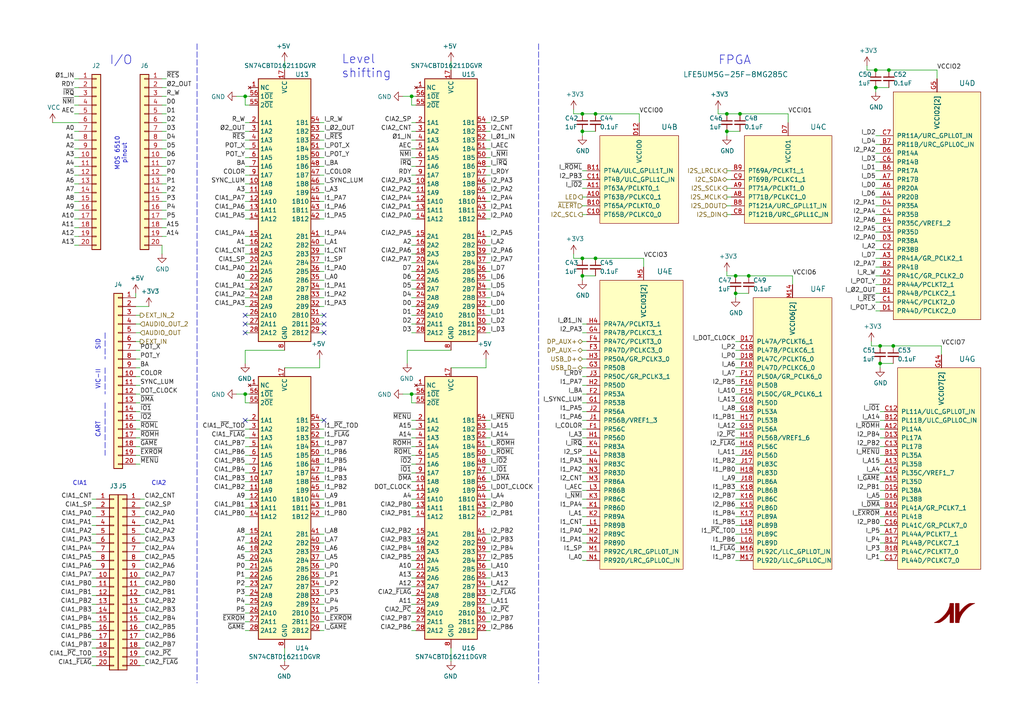
<source format=kicad_sch>
(kicad_sch (version 20211123) (generator eeschema)
  (paper "A4")
  (title_block (title "reDIP 64") (date "2021-06-16") (rev "0.2") (company "Nimrod") (comment 1 "© 2021 Dag Lem") (comment 2 "Licensed under CERN-OHL-S v2 (https://ohwr.org/cern_ohl_s_v2.txt)"))
  (junction (at 172.72 33.02) (diameter 0.9144))
  (junction (at 259.08 100.33) (diameter 0.9144))
  (junction (at 71.12 27.94) (diameter 0.9144))
  (junction (at 254 20.32) (diameter 0.9144))
  (junction (at 168.91 38.1) (diameter 0.9144))
  (junction (at 214.63 33.02) (diameter 0.9144))
  (junction (at 213.36 85.09) (diameter 0.9144))
  (junction (at 119.38 27.94) (diameter 0.9144))
  (junction (at 257.81 20.32) (diameter 0.9144))
  (junction (at 119.38 114.3) (diameter 0.9144))
  (junction (at 71.12 114.3) (diameter 0.9144))
  (junction (at 168.91 80.01) (diameter 0.9144))
  (junction (at 168.91 33.02) (diameter 0.9144))
  (junction (at 255.27 100.33) (diameter 0.9144))
  (junction (at 213.36 80.01) (diameter 0.9144))
  (junction (at 254 25.4) (diameter 0.9144))
  (junction (at 255.27 105.41) (diameter 0.9144))
  (junction (at 168.91 74.93) (diameter 0.9144))
  (junction (at 210.82 33.02) (diameter 0.9144))
  (junction (at 172.72 74.93) (diameter 0.9144))
  (junction (at 210.82 38.1) (diameter 0.9144))
  (junction (at 217.17 80.01) (diameter 0.9144))
  (no_connect (at 93.98 91.44))
  (no_connect (at 93.98 93.98))
  (no_connect (at 71.12 91.44))
  (no_connect (at 71.12 96.52))
  (no_connect (at 93.98 96.52))
  (no_connect (at 71.12 121.92))
  (no_connect (at 93.98 121.92))
  (no_connect (at 71.12 93.98))
  (wire (pts (xy 27.94 149.86) (xy 26.67 149.86)))
  (wire (pts (xy 93.98 45.72) (xy 92.71 45.72)))
  (wire (pts (xy 93.98 91.44) (xy 92.71 91.44)))
  (wire (pts (xy 120.65 88.9) (xy 119.38 88.9)))
  (wire (pts (xy 120.65 121.92) (xy 119.38 121.92)))
  (wire (pts (xy 119.38 114.3) (xy 119.38 116.84)))
  (wire (pts (xy 46.99 38.1) (xy 48.26 38.1)))
  (wire (pts (xy 27.94 154.94) (xy 26.67 154.94)))
  (wire (pts (xy 255.27 119.38) (xy 256.54 119.38)))
  (wire (pts (xy 39.37 86.36) (xy 39.37 85.09)))
  (wire (pts (xy 92.71 157.48) (xy 93.98 157.48)))
  (wire (pts (xy 93.98 139.7) (xy 92.71 139.7)))
  (wire (pts (xy 214.63 129.54) (xy 213.36 129.54)))
  (wire (pts (xy 254 20.32) (xy 251.46 20.32)))
  (wire (pts (xy 140.97 182.88) (xy 142.24 182.88)))
  (wire (pts (xy 142.24 55.88) (xy 140.97 55.88)))
  (wire (pts (xy 130.81 101.6) (xy 118.11 101.6)))
  (wire (pts (xy 257.81 25.4) (xy 254 25.4)))
  (wire (pts (xy 46.99 22.86) (xy 48.26 22.86)))
  (wire (pts (xy 92.71 73.66) (xy 93.98 73.66)))
  (wire (pts (xy 255.27 129.54) (xy 256.54 129.54)))
  (wire (pts (xy 210.82 80.01) (xy 210.82 78.74)))
  (wire (pts (xy 142.24 40.64) (xy 140.97 40.64)))
  (wire (pts (xy 255.27 80.01) (xy 254 80.01)))
  (wire (pts (xy 170.18 129.54) (xy 168.91 129.54)))
  (wire (pts (xy 166.37 33.02) (xy 166.37 31.75)))
  (wire (pts (xy 120.65 86.36) (xy 119.38 86.36)))
  (wire (pts (xy 72.39 157.48) (xy 71.12 157.48)))
  (wire (pts (xy 140.97 175.26) (xy 142.24 175.26)))
  (wire (pts (xy 168.91 116.84) (xy 170.18 116.84)))
  (wire (pts (xy 130.81 20.32) (xy 130.81 17.78)))
  (wire (pts (xy 92.71 71.12) (xy 93.98 71.12)))
  (wire (pts (xy 72.39 180.34) (xy 71.12 180.34)))
  (wire (pts (xy 27.94 170.18) (xy 26.67 170.18)))
  (wire (pts (xy 255.27 124.46) (xy 256.54 124.46)))
  (wire (pts (xy 210.82 38.1) (xy 210.82 39.37)))
  (wire (pts (xy 71.12 101.6) (xy 82.55 101.6)))
  (wire (pts (xy 22.86 66.04) (xy 21.59 66.04)))
  (wire (pts (xy 255.27 74.93) (xy 254 74.93)))
  (wire (pts (xy 71.12 60.96) (xy 72.39 60.96)))
  (wire (pts (xy 71.12 27.94) (xy 68.58 27.94)))
  (wire (pts (xy 119.38 114.3) (xy 116.84 114.3)))
  (wire (pts (xy 140.97 137.16) (xy 142.24 137.16)))
  (wire (pts (xy 93.98 134.62) (xy 92.71 134.62)))
  (wire (pts (xy 72.39 30.48) (xy 71.12 30.48)))
  (wire (pts (xy 27.94 165.1) (xy 26.67 165.1)))
  (wire (pts (xy 72.39 177.8) (xy 71.12 177.8)))
  (wire (pts (xy 72.39 88.9) (xy 71.12 88.9)))
  (wire (pts (xy 46.99 40.64) (xy 48.26 40.64)))
  (wire (pts (xy 212.09 49.53) (xy 210.82 49.53)))
  (wire (pts (xy 168.91 38.1) (xy 168.91 39.37)))
  (wire (pts (xy 140.97 180.34) (xy 142.24 180.34)))
  (wire (pts (xy 22.86 40.64) (xy 21.59 40.64)))
  (wire (pts (xy 254 54.61) (xy 255.27 54.61)))
  (wire (pts (xy 257.81 20.32) (xy 254 20.32)))
  (wire (pts (xy 142.24 60.96) (xy 140.97 60.96)))
  (wire (pts (xy 217.17 85.09) (xy 213.36 85.09)))
  (wire (pts (xy 46.99 66.04) (xy 48.26 66.04)))
  (wire (pts (xy 46.99 68.58) (xy 48.26 68.58)))
  (wire (pts (xy 40.64 167.64) (xy 41.91 167.64)))
  (wire (pts (xy 168.91 114.3) (xy 170.18 114.3)))
  (wire (pts (xy 168.91 111.76) (xy 170.18 111.76)))
  (wire (pts (xy 130.81 106.68) (xy 140.97 106.68)))
  (wire (pts (xy 72.39 121.92) (xy 71.12 121.92)))
  (wire (pts (xy 142.24 91.44) (xy 140.97 91.44)))
  (wire (pts (xy 172.72 74.93) (xy 168.91 74.93)))
  (wire (pts (xy 40.64 185.42) (xy 41.91 185.42)))
  (wire (pts (xy 72.39 35.56) (xy 71.12 35.56)))
  (wire (pts (xy 39.37 116.84) (xy 40.64 116.84)))
  (wire (pts (xy 93.98 124.46) (xy 92.71 124.46)))
  (wire (pts (xy 271.78 20.32) (xy 257.81 20.32)))
  (wire (pts (xy 255.27 67.31) (xy 254 67.31)))
  (wire (pts (xy 185.42 35.56) (xy 185.42 33.02)))
  (wire (pts (xy 255.27 77.47) (xy 254 77.47)))
  (wire (pts (xy 168.91 106.68) (xy 170.18 106.68)))
  (wire (pts (xy 27.94 144.78) (xy 26.67 144.78)))
  (wire (pts (xy 119.38 60.96) (xy 120.65 60.96)))
  (wire (pts (xy 22.86 63.5) (xy 21.59 63.5)))
  (wire (pts (xy 214.63 99.06) (xy 213.36 99.06)))
  (wire (pts (xy 120.65 78.74) (xy 119.38 78.74)))
  (wire (pts (xy 214.63 160.02) (xy 213.36 160.02)))
  (wire (pts (xy 120.65 175.26) (xy 119.38 175.26)))
  (wire (pts (xy 39.37 96.52) (xy 40.64 96.52)))
  (wire (pts (xy 93.98 55.88) (xy 92.71 55.88)))
  (wire (pts (xy 119.38 154.94) (xy 120.65 154.94)))
  (wire (pts (xy 229.87 82.55) (xy 229.87 80.01)))
  (wire (pts (xy 140.97 172.72) (xy 142.24 172.72)))
  (wire (pts (xy 256.54 160.02) (xy 255.27 160.02)))
  (wire (pts (xy 170.18 162.56) (xy 168.91 162.56)))
  (wire (pts (xy 92.71 81.28) (xy 93.98 81.28)))
  (wire (pts (xy 142.24 43.18) (xy 140.97 43.18)))
  (wire (pts (xy 93.98 68.58) (xy 92.71 68.58)))
  (wire (pts (xy 130.81 191.77) (xy 130.81 187.96)))
  (wire (pts (xy 40.64 175.26) (xy 41.91 175.26)))
  (wire (pts (xy 254 44.45) (xy 255.27 44.45)))
  (wire (pts (xy 71.12 68.58) (xy 72.39 68.58)))
  (polyline (pts (xy 30.48 96.52) (xy 30.48 104.14)) (stroke (width 0) (type dash)))
  (wire (pts (xy 214.63 139.7) (xy 213.36 139.7)))
  (wire (pts (xy 93.98 58.42) (xy 92.71 58.42)))
  (wire (pts (xy 72.39 175.26) (xy 71.12 175.26)))
  (wire (pts (xy 255.27 137.16) (xy 256.54 137.16)))
  (wire (pts (xy 39.37 132.08) (xy 40.64 132.08)))
  (wire (pts (xy 27.94 175.26) (xy 26.67 175.26)))
  (wire (pts (xy 71.12 154.94) (xy 72.39 154.94)))
  (wire (pts (xy 255.27 132.08) (xy 256.54 132.08)))
  (wire (pts (xy 93.98 43.18) (xy 92.71 43.18)))
  (wire (pts (xy 22.86 50.8) (xy 21.59 50.8)))
  (wire (pts (xy 92.71 106.68) (xy 92.71 104.14)))
  (wire (pts (xy 140.97 149.86) (xy 142.24 149.86)))
  (wire (pts (xy 93.98 182.88) (xy 92.71 182.88)))
  (wire (pts (xy 170.18 49.53) (xy 168.91 49.53)))
  (wire (pts (xy 27.94 185.42) (xy 26.67 185.42)))
  (wire (pts (xy 92.71 88.9) (xy 93.98 88.9)))
  (wire (pts (xy 214.63 154.94) (xy 213.36 154.94)))
  (wire (pts (xy 72.39 182.88) (xy 71.12 182.88)))
  (wire (pts (xy 72.39 127) (xy 71.12 127)))
  (wire (pts (xy 140.97 71.12) (xy 142.24 71.12)))
  (wire (pts (xy 140.97 93.98) (xy 142.24 93.98)))
  (wire (pts (xy 92.71 160.02) (xy 93.98 160.02)))
  (wire (pts (xy 92.71 172.72) (xy 93.98 172.72)))
  (wire (pts (xy 72.39 124.46) (xy 71.12 124.46)))
  (wire (pts (xy 72.39 38.1) (xy 71.12 38.1)))
  (wire (pts (xy 92.71 167.64) (xy 93.98 167.64)))
  (wire (pts (xy 259.08 105.41) (xy 255.27 105.41)))
  (wire (pts (xy 214.63 142.24) (xy 213.36 142.24)))
  (wire (pts (xy 72.39 137.16) (xy 71.12 137.16)))
  (wire (pts (xy 214.63 111.76) (xy 213.36 111.76)))
  (wire (pts (xy 120.65 96.52) (xy 119.38 96.52)))
  (wire (pts (xy 142.24 121.92) (xy 140.97 121.92)))
  (wire (pts (xy 142.24 147.32) (xy 140.97 147.32)))
  (wire (pts (xy 40.64 190.5) (xy 41.91 190.5)))
  (wire (pts (xy 72.39 53.34) (xy 71.12 53.34)))
  (wire (pts (xy 140.97 81.28) (xy 142.24 81.28)))
  (wire (pts (xy 120.65 170.18) (xy 119.38 170.18)))
  (wire (pts (xy 140.97 160.02) (xy 142.24 160.02)))
  (wire (pts (xy 140.97 76.2) (xy 142.24 76.2)))
  (wire (pts (xy 82.55 106.68) (xy 92.71 106.68)))
  (wire (pts (xy 140.97 170.18) (xy 142.24 170.18)))
  (wire (pts (xy 72.39 76.2) (xy 71.12 76.2)))
  (wire (pts (xy 40.64 177.8) (xy 41.91 177.8)))
  (wire (pts (xy 72.39 116.84) (xy 71.12 116.84)))
  (wire (pts (xy 40.64 172.72) (xy 41.91 172.72)))
  (wire (pts (xy 39.37 91.44) (xy 40.64 91.44)))
  (wire (pts (xy 256.54 152.4) (xy 255.27 152.4)))
  (wire (pts (xy 40.64 193.04) (xy 41.91 193.04)))
  (wire (pts (xy 168.91 119.38) (xy 170.18 119.38)))
  (wire (pts (xy 140.97 106.68) (xy 140.97 104.14)))
  (wire (pts (xy 120.65 167.64) (xy 119.38 167.64)))
  (wire (pts (xy 120.65 50.8) (xy 119.38 50.8)))
  (wire (pts (xy 255.27 90.17) (xy 254 90.17)))
  (wire (pts (xy 254 59.69) (xy 255.27 59.69)))
  (wire (pts (xy 71.12 101.6) (xy 71.12 105.41)))
  (polyline (pts (xy 30.48 116.84) (xy 30.48 132.08)) (stroke (width 0) (type dash)))
  (wire (pts (xy 214.63 124.46) (xy 213.36 124.46)))
  (wire (pts (xy 72.39 96.52) (xy 71.12 96.52)))
  (wire (pts (xy 72.39 73.66) (xy 71.12 73.66)))
  (wire (pts (xy 214.63 132.08) (xy 213.36 132.08)))
  (wire (pts (xy 93.98 180.34) (xy 92.71 180.34)))
  (wire (pts (xy 255.27 69.85) (xy 254 69.85)))
  (wire (pts (xy 27.94 187.96) (xy 26.67 187.96)))
  (wire (pts (xy 251.46 20.32) (xy 251.46 19.05)))
  (wire (pts (xy 212.09 62.23) (xy 210.82 62.23)))
  (wire (pts (xy 140.97 142.24) (xy 142.24 142.24)))
  (wire (pts (xy 39.37 101.6) (xy 40.64 101.6)))
  (wire (pts (xy 168.91 96.52) (xy 170.18 96.52)))
  (wire (pts (xy 170.18 54.61) (xy 168.91 54.61)))
  (wire (pts (xy 118.11 105.41) (xy 118.11 101.6)))
  (wire (pts (xy 228.6 33.02) (xy 214.63 33.02)))
  (wire (pts (xy 168.91 142.24) (xy 170.18 142.24)))
  (wire (pts (xy 46.99 63.5) (xy 48.26 63.5)))
  (wire (pts (xy 170.18 147.32) (xy 168.91 147.32)))
  (wire (pts (xy 46.99 43.18) (xy 48.26 43.18)))
  (wire (pts (xy 27.94 193.04) (xy 26.67 193.04)))
  (wire (pts (xy 214.63 106.68) (xy 213.36 106.68)))
  (wire (pts (xy 120.65 182.88) (xy 119.38 182.88)))
  (wire (pts (xy 120.65 137.16) (xy 119.38 137.16)))
  (wire (pts (xy 254 39.37) (xy 255.27 39.37)))
  (wire (pts (xy 72.39 81.28) (xy 71.12 81.28)))
  (wire (pts (xy 71.12 93.98) (xy 72.39 93.98)))
  (wire (pts (xy 214.63 137.16) (xy 213.36 137.16)))
  (wire (pts (xy 120.65 124.46) (xy 119.38 124.46)))
  (wire (pts (xy 46.99 48.26) (xy 48.26 48.26)))
  (wire (pts (xy 40.64 157.48) (xy 41.91 157.48)))
  (wire (pts (xy 119.38 58.42) (xy 120.65 58.42)))
  (wire (pts (xy 120.65 114.3) (xy 119.38 114.3)))
  (wire (pts (xy 255.27 85.09) (xy 254 85.09)))
  (wire (pts (xy 229.87 80.01) (xy 217.17 80.01)))
  (wire (pts (xy 168.91 33.02) (xy 166.37 33.02)))
  (wire (pts (xy 168.91 74.93) (xy 166.37 74.93)))
  (wire (pts (xy 254 57.15) (xy 255.27 57.15)))
  (wire (pts (xy 40.64 152.4) (xy 41.91 152.4)))
  (wire (pts (xy 39.37 106.68) (xy 40.64 106.68)))
  (wire (pts (xy 214.63 38.1) (xy 210.82 38.1)))
  (wire (pts (xy 254 46.99) (xy 255.27 46.99)))
  (wire (pts (xy 213.36 85.09) (xy 213.36 86.36)))
  (wire (pts (xy 120.65 43.18) (xy 119.38 43.18)))
  (wire (pts (xy 40.64 162.56) (xy 41.91 162.56)))
  (wire (pts (xy 170.18 62.23) (xy 168.91 62.23)))
  (wire (pts (xy 27.94 147.32) (xy 26.67 147.32)))
  (wire (pts (xy 22.86 45.72) (xy 21.59 45.72)))
  (wire (pts (xy 27.94 190.5) (xy 26.67 190.5)))
  (wire (pts (xy 22.86 53.34) (xy 21.59 53.34)))
  (wire (pts (xy 72.39 114.3) (xy 71.12 114.3)))
  (wire (pts (xy 120.65 73.66) (xy 119.38 73.66)))
  (wire (pts (xy 212.09 59.69) (xy 210.82 59.69)))
  (wire (pts (xy 140.97 78.74) (xy 142.24 78.74)))
  (wire (pts (xy 72.39 139.7) (xy 71.12 139.7)))
  (wire (pts (xy 120.65 53.34) (xy 119.38 53.34)))
  (wire (pts (xy 72.39 40.64) (xy 71.12 40.64)))
  (wire (pts (xy 217.17 80.01) (xy 213.36 80.01)))
  (wire (pts (xy 140.97 83.82) (xy 142.24 83.82)))
  (wire (pts (xy 40.64 170.18) (xy 41.91 170.18)))
  (wire (pts (xy 82.55 20.32) (xy 82.55 17.78)))
  (wire (pts (xy 214.63 134.62) (xy 213.36 134.62)))
  (wire (pts (xy 46.99 25.4) (xy 48.26 25.4)))
  (wire (pts (xy 252.73 100.33) (xy 252.73 99.06)))
  (wire (pts (xy 46.99 33.02) (xy 48.26 33.02)))
  (wire (pts (xy 40.64 165.1) (xy 41.91 165.1)))
  (wire (pts (xy 46.99 27.94) (xy 48.26 27.94)))
  (wire (pts (xy 140.97 73.66) (xy 142.24 73.66)))
  (wire (pts (xy 93.98 121.92) (xy 92.71 121.92)))
  (wire (pts (xy 214.63 114.3) (xy 213.36 114.3)))
  (wire (pts (xy 120.65 45.72) (xy 119.38 45.72)))
  (wire (pts (xy 119.38 68.58) (xy 120.65 68.58)))
  (wire (pts (xy 119.38 27.94) (xy 116.84 27.94)))
  (wire (pts (xy 46.99 45.72) (xy 48.26 45.72)))
  (wire (pts (xy 142.24 68.58) (xy 140.97 68.58)))
  (wire (pts (xy 170.18 152.4) (xy 168.91 152.4)))
  (wire (pts (xy 93.98 144.78) (xy 92.71 144.78)))
  (wire (pts (xy 46.99 71.12) (xy 46.99 73.66)))
  (wire (pts (xy 271.78 22.86) (xy 271.78 20.32)))
  (wire (pts (xy 140.97 96.52) (xy 142.24 96.52)))
  (wire (pts (xy 39.37 88.9) (xy 43.18 88.9)))
  (wire (pts (xy 214.63 104.14) (xy 213.36 104.14)))
  (wire (pts (xy 170.18 52.07) (xy 168.91 52.07)))
  (wire (pts (xy 142.24 53.34) (xy 140.97 53.34)))
  (wire (pts (xy 72.39 162.56) (xy 71.12 162.56)))
  (wire (pts (xy 255.27 105.41) (xy 255.27 106.68)))
  (wire (pts (xy 213.36 80.01) (xy 210.82 80.01)))
  (wire (pts (xy 120.65 81.28) (xy 119.38 81.28)))
  (wire (pts (xy 39.37 99.06) (xy 40.64 99.06)))
  (wire (pts (xy 46.99 55.88) (xy 48.26 55.88)))
  (wire (pts (xy 140.97 139.7) (xy 142.24 139.7)))
  (wire (pts (xy 120.65 127) (xy 119.38 127)))
  (wire (pts (xy 120.65 38.1) (xy 119.38 38.1)))
  (wire (pts (xy 120.65 132.08) (xy 119.38 132.08)))
  (wire (pts (xy 22.86 33.02) (xy 21.59 33.02)))
  (wire (pts (xy 214.63 127) (xy 213.36 127)))
  (wire (pts (xy 168.91 93.98) (xy 170.18 93.98)))
  (wire (pts (xy 210.82 33.02) (xy 208.28 33.02)))
  (wire (pts (xy 256.54 154.94) (xy 255.27 154.94)))
  (wire (pts (xy 255.27 142.24) (xy 256.54 142.24)))
  (wire (pts (xy 254 52.07) (xy 255.27 52.07)))
  (wire (pts (xy 255.27 100.33) (xy 252.73 100.33)))
  (wire (pts (xy 120.65 172.72) (xy 119.38 172.72)))
  (wire (pts (xy 120.65 160.02) (xy 119.38 160.02)))
  (wire (pts (xy 142.24 124.46) (xy 140.97 124.46)))
  (wire (pts (xy 22.86 71.12) (xy 21.59 71.12)))
  (wire (pts (xy 170.18 132.08) (xy 168.91 132.08)))
  (wire (pts (xy 39.37 127) (xy 40.64 127)))
  (wire (pts (xy 72.39 27.94) (xy 71.12 27.94)))
  (wire (pts (xy 71.12 27.94) (xy 71.12 30.48)))
  (wire (pts (xy 93.98 127) (xy 92.71 127)))
  (wire (pts (xy 39.37 134.62) (xy 40.64 134.62)))
  (wire (pts (xy 71.12 144.78) (xy 72.39 144.78)))
  (wire (pts (xy 256.54 162.56) (xy 255.27 162.56)))
  (wire (pts (xy 92.71 96.52) (xy 93.98 96.52)))
  (wire (pts (xy 22.86 30.48) (xy 21.59 30.48)))
  (wire (pts (xy 120.65 116.84) (xy 119.38 116.84)))
  (wire (pts (xy 92.71 86.36) (xy 93.98 86.36)))
  (wire (pts (xy 140.97 167.64) (xy 142.24 167.64)))
  (wire (pts (xy 27.94 157.48) (xy 26.67 157.48)))
  (wire (pts (xy 93.98 38.1) (xy 92.71 38.1)))
  (wire (pts (xy 168.91 80.01) (xy 168.91 81.28)))
  (wire (pts (xy 170.18 57.15) (xy 168.91 57.15)))
  (wire (pts (xy 170.18 149.86) (xy 168.91 149.86)))
  (wire (pts (xy 214.63 147.32) (xy 213.36 147.32)))
  (wire (pts (xy 27.94 167.64) (xy 26.67 167.64)))
  (wire (pts (xy 214.63 144.78) (xy 213.36 144.78)))
  (wire (pts (xy 93.98 142.24) (xy 92.71 142.24)))
  (wire (pts (xy 93.98 177.8) (xy 92.71 177.8)))
  (wire (pts (xy 92.71 175.26) (xy 93.98 175.26)))
  (wire (pts (xy 140.97 157.48) (xy 142.24 157.48)))
  (wire (pts (xy 27.94 182.88) (xy 26.67 182.88)))
  (wire (pts (xy 170.18 160.02) (xy 168.91 160.02)))
  (wire (pts (xy 120.65 76.2) (xy 119.38 76.2)))
  (wire (pts (xy 254 62.23) (xy 255.27 62.23)))
  (wire (pts (xy 46.99 50.8) (xy 48.26 50.8)))
  (wire (pts (xy 40.64 180.34) (xy 41.91 180.34)))
  (wire (pts (xy 120.65 83.82) (xy 119.38 83.82)))
  (wire (pts (xy 22.86 58.42) (xy 21.59 58.42)))
  (wire (pts (xy 212.09 54.61) (xy 210.82 54.61)))
  (wire (pts (xy 72.39 78.74) (xy 71.12 78.74)))
  (wire (pts (xy 214.63 157.48) (xy 213.36 157.48)))
  (wire (pts (xy 72.39 86.36) (xy 71.12 86.36)))
  (wire (pts (xy 254 41.91) (xy 255.27 41.91)))
  (wire (pts (xy 72.39 132.08) (xy 71.12 132.08)))
  (wire (pts (xy 170.18 127) (xy 168.91 127)))
  (wire (pts (xy 39.37 129.54) (xy 40.64 129.54)))
  (wire (pts (xy 256.54 149.86) (xy 255.27 149.86)))
  (wire (pts (xy 254 49.53) (xy 255.27 49.53)))
  (wire (pts (xy 120.65 40.64) (xy 119.38 40.64)))
  (wire (pts (xy 46.99 58.42) (xy 48.26 58.42)))
  (wire (pts (xy 39.37 121.92) (xy 40.64 121.92)))
  (wire (pts (xy 93.98 53.34) (xy 92.71 53.34)))
  (wire (pts (xy 40.64 149.86) (xy 41.91 149.86)))
  (wire (pts (xy 72.39 43.18) (xy 71.12 43.18)))
  (wire (pts (xy 40.64 187.96) (xy 41.91 187.96)))
  (wire (pts (xy 170.18 121.92) (xy 168.91 121.92)))
  (wire (pts (xy 27.94 172.72) (xy 26.67 172.72)))
  (wire (pts (xy 142.24 144.78) (xy 140.97 144.78)))
  (wire (pts (xy 273.05 102.87) (xy 273.05 100.33)))
  (wire (pts (xy 39.37 119.38) (xy 40.64 119.38)))
  (wire (pts (xy 27.94 152.4) (xy 26.67 152.4)))
  (wire (pts (xy 172.72 38.1) (xy 168.91 38.1)))
  (polyline (pts (xy 57.15 12.7) (xy 57.15 198.12)) (stroke (width 0) (type dash)))
  (wire (pts (xy 93.98 170.18) (xy 92.71 170.18)))
  (wire (pts (xy 213.36 152.4) (xy 214.63 152.4)))
  (wire (pts (xy 72.39 165.1) (xy 71.12 165.1)))
  (wire (pts (xy 27.94 160.02) (xy 26.67 160.02)))
  (wire (pts (xy 93.98 147.32) (xy 92.71 147.32)))
  (wire (pts (xy 39.37 93.98) (xy 40.64 93.98)))
  (wire (pts (xy 255.27 134.62) (xy 256.54 134.62)))
  (wire (pts (xy 172.72 80.01) (xy 168.91 80.01)))
  (wire (pts (xy 46.99 30.48) (xy 48.26 30.48)))
  (wire (pts (xy 22.86 38.1) (xy 21.59 38.1)))
  (wire (pts (xy 170.18 144.78) (xy 168.91 144.78)))
  (wire (pts (xy 119.38 134.62) (xy 120.65 134.62)))
  (wire (pts (xy 22.86 22.86) (xy 21.59 22.86)))
  (wire (pts (xy 71.12 170.18) (xy 72.39 170.18)))
  (wire (pts (xy 119.38 27.94) (xy 119.38 30.48)))
  (wire (pts (xy 170.18 139.7) (xy 168.91 139.7)))
  (wire (pts (xy 254 25.4) (xy 254 26.67)))
  (wire (pts (xy 93.98 50.8) (xy 92.71 50.8)))
  (wire (pts (xy 214.63 101.6) (xy 213.36 101.6)))
  (wire (pts (xy 120.65 71.12) (xy 119.38 71.12)))
  (wire (pts (xy 22.86 43.18) (xy 21.59 43.18)))
  (wire (pts (xy 120.65 139.7) (xy 119.38 139.7)))
  (wire (pts (xy 39.37 124.46) (xy 40.64 124.46)))
  (wire (pts (xy 40.64 182.88) (xy 41.91 182.88)))
  (wire (pts (xy 92.71 165.1) (xy 93.98 165.1)))
  (wire (pts (xy 93.98 40.64) (xy 92.71 40.64)))
  (polyline (pts (xy 30.48 106.68) (xy 30.48 114.3)) (stroke (width 0) (type dash)))
  (wire (pts (xy 93.98 48.26) (xy 92.71 48.26)))
  (wire (pts (xy 22.86 27.94) (xy 21.59 27.94)))
  (wire (pts (xy 255.27 82.55) (xy 254 82.55)))
  (wire (pts (xy 168.91 104.14) (xy 170.18 104.14)))
  (wire (pts (xy 119.38 144.78) (xy 120.65 144.78)))
  (wire (pts (xy 92.71 93.98) (xy 93.98 93.98)))
  (wire (pts (xy 256.54 147.32) (xy 255.27 147.32)))
  (wire (pts (xy 72.39 63.5) (xy 71.12 63.5)))
  (wire (pts (xy 213.36 149.86) (xy 214.63 149.86)))
  (wire (pts (xy 72.39 149.86) (xy 71.12 149.86)))
  (wire (pts (xy 142.24 35.56) (xy 140.97 35.56)))
  (wire (pts (xy 228.6 35.56) (xy 228.6 33.02)))
  (wire (pts (xy 22.86 68.58) (xy 21.59 68.58)))
  (wire (pts (xy 142.24 127) (xy 140.97 127)))
  (wire (pts (xy 71.12 147.32) (xy 72.39 147.32)))
  (wire (pts (xy 22.86 60.96) (xy 21.59 60.96)))
  (wire (pts (xy 119.38 177.8) (xy 120.65 177.8)))
  (wire (pts (xy 120.65 162.56) (xy 119.38 162.56)))
  (wire (pts (xy 140.97 165.1) (xy 142.24 165.1)))
  (wire (pts (xy 142.24 50.8) (xy 140.97 50.8)))
  (wire (pts (xy 72.39 48.26) (xy 71.12 48.26)))
  (wire (pts (xy 140.97 63.5) (xy 142.24 63.5)))
  (wire (pts (xy 22.86 25.4) (xy 21.59 25.4)))
  (wire (pts (xy 72.39 83.82) (xy 71.12 83.82)))
  (wire (pts (xy 39.37 109.22) (xy 40.64 109.22)))
  (wire (pts (xy 39.37 114.3) (xy 40.64 114.3)))
  (wire (pts (xy 120.65 27.94) (xy 119.38 27.94)))
  (wire (pts (xy 72.39 134.62) (xy 71.12 134.62)))
  (wire (pts (xy 273.05 100.33) (xy 259.08 100.33)))
  (wire (pts (xy 170.18 154.94) (xy 168.91 154.94)))
  (wire (pts (xy 170.18 157.48) (xy 168.91 157.48)))
  (wire (pts (xy 120.65 129.54) (xy 119.38 129.54)))
  (wire (pts (xy 120.65 149.86) (xy 119.38 149.86)))
  (wire (pts (xy 142.24 45.72) (xy 140.97 45.72)))
  (wire (pts (xy 71.12 172.72) (xy 72.39 172.72)))
  (wire (pts (xy 93.98 132.08) (xy 92.71 132.08)))
  (wire (pts (xy 172.72 33.02) (xy 168.91 33.02)))
  (wire (pts (xy 93.98 137.16) (xy 92.71 137.16)))
  (wire (pts (xy 214.63 119.38) (xy 213.36 119.38)))
  (wire (pts (xy 140.97 86.36) (xy 142.24 86.36)))
  (wire (pts (xy 27.94 162.56) (xy 26.67 162.56)))
  (wire (pts (xy 27.94 177.8) (xy 26.67 177.8)))
  (wire (pts (xy 119.38 55.88) (xy 120.65 55.88)))
  (wire (pts (xy 186.69 74.93) (xy 172.72 74.93)))
  (wire (pts (xy 22.86 55.88) (xy 21.59 55.88)))
  (wire (pts (xy 119.38 91.44) (xy 120.65 91.44)))
  (wire (pts (xy 93.98 35.56) (xy 92.71 35.56)))
  (wire (pts (xy 170.18 59.69) (xy 168.91 59.69)))
  (wire (pts (xy 186.69 77.47) (xy 186.69 74.93)))
  (wire (pts (xy 185.42 33.02) (xy 172.72 33.02)))
  (wire (pts (xy 142.24 38.1) (xy 140.97 38.1)))
  (wire (pts (xy 120.65 35.56) (xy 119.38 35.56)))
  (wire (pts (xy 39.37 111.76) (xy 40.64 111.76)))
  (wire (pts (xy 120.65 30.48) (xy 119.38 30.48)))
  (wire (pts (xy 170.18 134.62) (xy 168.91 134.62)))
  (wire (pts (xy 120.65 63.5) (xy 119.38 63.5)))
  (wire (pts (xy 22.86 35.56) (xy 15.24 35.56)))
  (wire (pts (xy 92.71 149.86) (xy 93.98 149.86)))
  (wire (pts (xy 142.24 154.94) (xy 140.97 154.94)))
  (wire (pts (xy 254 64.77) (xy 255.27 64.77)))
  (wire (pts (xy 212.09 57.15) (xy 210.82 57.15)))
  (wire (pts (xy 140.97 88.9) (xy 142.24 88.9)))
  (wire (pts (xy 119.38 180.34) (xy 120.65 180.34)))
  (wire (pts (xy 92.71 76.2) (xy 93.98 76.2)))
  (wire (pts (xy 93.98 129.54) (xy 92.71 129.54)))
  (wire (pts (xy 170.18 137.16) (xy 168.91 137.16)))
  (wire (pts (xy 214.63 162.56) (xy 213.36 162.56)))
  (wire (pts (xy 255.27 139.7) (xy 256.54 139.7)))
  (wire (pts (xy 72.39 129.54) (xy 71.12 129.54)))
  (wire (pts (xy 120.65 157.48) (xy 119.38 157.48)))
  (wire (pts (xy 40.64 160.02) (xy 41.91 160.02)))
  (wire (pts (xy 166.37 74.93) (xy 166.37 73.66)))
  (wire (pts (xy 27.94 180.34) (xy 26.67 180.34)))
  (wire (pts (xy 214.63 121.92) (xy 213.36 121.92)))
  (wire (pts (xy 39.37 104.14) (xy 40.64 104.14)))
  (wire (pts (xy 168.91 101.6) (xy 170.18 101.6)))
  (wire (pts (xy 71.12 114.3) (xy 71.12 116.84)))
  (wire (pts (xy 72.39 45.72) (xy 71.12 45.72)))
  (wire (pts (xy 170.18 124.46) (xy 168.91 124.46)))
  (wire (pts (xy 92.71 83.82) (xy 93.98 83.82)))
  (wire (pts (xy 72.39 50.8) (xy 71.12 50.8)))
  (wire (pts (xy 142.24 177.8) (xy 140.97 177.8)))
  (wire (pts (xy 255.27 72.39) (xy 254 72.39)))
  (wire (pts (xy 212.09 52.07) (xy 210.82 52.07)))
  (wire (pts (xy 255.27 127) (xy 256.54 127)))
  (wire (pts (xy 93.98 154.94) (xy 92.71 154.94)))
  (wire (pts (xy 40.64 144.78) (xy 41.91 144.78)))
  (wire (pts (xy 71.12 142.24) (xy 72.39 142.24)))
  (wire (pts (xy 46.99 53.34) (xy 48.26 53.34)))
  (wire (pts (xy 120.65 165.1) (xy 119.38 165.1)))
  (wire (pts (xy 168.91 109.22) (xy 170.18 109.22)))
  (wire (pts (xy 40.64 147.32) (xy 41.91 147.32)))
  (wire (pts (xy 71.12 58.42) (xy 72.39 58.42)))
  (wire (pts (xy 72.39 167.64) (xy 71.12 167.64)))
  (wire (pts (xy 256.54 157.48) (xy 255.27 157.48)))
  (wire (pts (xy 93.98 60.96) (xy 92.71 60.96)))
  (wire (pts (xy 119.38 147.32) (xy 120.65 147.32)))
  (wire (pts (xy 259.08 100.33) (xy 255.27 100.33)))
  (wire (pts (xy 255.27 144.78) (xy 256.54 144.78)))
  (wire (pts (xy 142.24 134.62) (xy 140.97 134.62)))
  (wire (pts (xy 71.12 91.44) (xy 72.39 91.44)))
  (wire (pts (xy 120.65 48.26) (xy 119.38 48.26)))
  (wire (pts (xy 142.24 132.08) (xy 140.97 132.08)))
  (wire (pts (xy 142.24 129.54) (xy 140.97 129.54)))
  (wire (pts (xy 214.63 116.84) (xy 213.36 116.84)))
  (wire (pts (xy 72.39 71.12) (xy 71.12 71.12)))
  (wire (pts (xy 142.24 58.42) (xy 140.97 58.42)))
  (wire (pts (xy 214.63 109.22) (xy 213.36 109.22)))
  (wire (pts (xy 71.12 55.88) (xy 72.39 55.88)))
  (wire (pts (xy 46.99 60.96) (xy 48.26 60.96)))
  (wire (pts (xy 40.64 154.94) (xy 41.91 154.94)))
  (wire (pts (xy 119.38 93.98) (xy 120.65 93.98)))
  (wire (pts (xy 214.63 33.02) (xy 210.82 33.02)))
  (wire (pts (xy 92.71 162.56) (xy 93.98 162.56)))
  (wire (pts (xy 208.28 33.02) (xy 208.28 31.75)))
  (wire (pts (xy 92.71 63.5) (xy 93.98 63.5)))
  (wire (pts (xy 46.99 35.56) (xy 48.26 35.56)))
  (wire (pts (xy 142.24 48.26) (xy 140.97 48.26)))
  (wire (pts (xy 168.91 99.06) (xy 170.18 99.06)))
  (wire (pts (xy 255.27 121.92) (xy 256.54 121.92)))
  (wire (pts (xy 82.55 191.77) (xy 82.55 187.96)))
  (wire (pts (xy 71.12 114.3) (xy 68.58 114.3)))
  (wire (pts (xy 92.71 78.74) (xy 93.98 78.74)))
  (wire (pts (xy 140.97 162.56) (xy 142.24 162.56)))
  (wire (pts (xy 22.86 48.26) (xy 21.59 48.26)))
  (wire (pts (xy 120.65 142.24) (xy 119.38 142.24)))
  (wire (pts (xy 72.39 160.02) (xy 71.12 160.02)))
  (polyline (pts (xy 156.21 12.7) (xy 156.21 198.12)) (stroke (width 0) (type dash)))
  (wire (pts (xy 254 87.63) (xy 255.27 87.63)))
  (text "VIC-II" (at 29.21 113.03 90) (effects (font (size 1.27 1.27)) (justify left bottom)))
  (text "CIA1" (at 25.4 140.97 180) (effects (font (size 1.27 1.27)) (justify right bottom)))
  (text "FPGA" (at 208.28 19.05 0) (effects (font (size 2.54 2.54)) (justify left bottom)))
  (text "I/O" (at 31.75 19.05 0) (effects (font (size 2.54 2.54)) (justify left bottom)))
  (text "MOS 6510\n  pinout" (at 36.83 49.53 90) (effects (font (size 1.27 1.27)) (justify left bottom)))
  (text "SID" (at 29.21 101.6 90) (effects (font (size 1.27 1.27)) (justify left bottom)))
  (text "CIA2" (at 48.26 140.97 180) (effects (font (size 1.27 1.27)) (justify right bottom)))
  (text "CART" (at 29.21 127 90) (effects (font (size 1.27 1.27)) (justify left bottom)))
  (text "Level\nshifting" (at 99.06 22.86 0) (effects (font (size 2.54 2.54)) (justify left bottom)))
  (label "D4" (at 119.38 86.36 180))
  (label "A11" (at 21.59 66.04 180))
  (label "~{RES}" (at 48.26 22.86 0))
  (label "I_~{IO1}" (at 142.24 137.16 0))
  (label "A3" (at 21.59 45.72 180))
  (label "I_Ø1_IN" (at 168.91 93.98 180))
  (label "A11" (at 119.38 175.26 180))
  (label "I_A12" (at 142.24 170.18 0))
  (label "I_P5" (at 93.98 177.8 0))
  (label "A8" (at 71.12 154.94 180))
  (label "I2_PB3" (at 142.24 157.48 0))
  (label "I1_~{FLAG}" (at 213.36 160.02 180))
  (label "I2_PA3" (at 168.91 96.52 180))
  (label "~{MENU}" (at 40.64 134.62 0))
  (label "CIA2_PB7" (at 41.91 187.96 0))
  (label "I1_SP" (at 168.91 160.02 180))
  (label "I2_PA1" (at 142.24 60.96 0))
  (label "CIA1_~{FLAG}" (at 26.67 193.04 180))
  (label "I1_PA6" (at 93.98 60.96 0))
  (label "I1_~{PC}_TOD" (at 93.98 124.46 0))
  (label "I_D7" (at 254 74.93 180))
  (label "I_A0" (at 93.98 81.28 0))
  (label "I_A14" (at 255.27 121.92 180))
  (label "I_~{IRQ}" (at 142.24 48.26 0))
  (label "CIA1_PB5" (at 71.12 134.62 180))
  (label "A0" (at 21.59 38.1 180))
  (label "AEC" (at 21.59 33.02 180))
  (label "I_D5" (at 254 52.07 180))
  (label "CIA1_SP" (at 71.12 76.2 180))
  (label "~{IO1}" (at 119.38 137.16 180))
  (label "I_R_W" (at 254 80.01 180))
  (label "I2_SP" (at 142.24 35.56 0))
  (label "D1" (at 119.38 91.44 180))
  (label "I1_PB2" (at 93.98 142.24 0))
  (label "A14" (at 119.38 127 180))
  (label "D7" (at 48.26 48.26 0))
  (label "I1_PA7" (at 168.91 111.76 180))
  (label "A4" (at 21.59 48.26 180))
  (label "P1" (at 71.12 167.64 180))
  (label "A13" (at 21.59 71.12 180))
  (label "R_W" (at 71.12 35.56 180))
  (label "CIA2_PB0" (at 41.91 170.18 0))
  (label "A3" (at 71.12 55.88 180))
  (label "CIA1_PB2" (at 26.67 175.26 180))
  (label "I2_PB0" (at 142.24 147.32 0))
  (label "I_A0" (at 168.91 162.56 180))
  (label "I_A6" (at 93.98 160.02 0))
  (label "I1_PA3" (at 93.98 88.9 0))
  (label "I_A6" (at 213.36 106.68 180))
  (label "BA" (at 40.64 106.68 0))
  (label "VCCIO3" (at 186.69 74.93 0))
  (label "CIA2_PB7" (at 119.38 180.34 180))
  (label "I_A15" (at 142.24 124.46 0))
  (label "I_P4" (at 93.98 175.26 0))
  (label "~{NMI}" (at 21.59 30.48 180))
  (label "~{NMI}" (at 119.38 45.72 180))
  (label "CIA2_PA5" (at 41.91 162.56 0))
  (label "CIA1_PB4" (at 26.67 180.34 180))
  (label "CIA1_PB6" (at 71.12 132.08 180))
  (label "~{EXROM}" (at 71.12 180.34 180))
  (label "I2_PA2" (at 142.24 55.88 0))
  (label "I_~{IO2}" (at 142.24 134.62 0))
  (label "I_D4" (at 142.24 86.36 0))
  (label "A10" (at 21.59 63.5 180))
  (label "I_AEC" (at 142.24 43.18 0))
  (label "CIA2_PB2" (at 41.91 175.26 0))
  (label "A15" (at 48.26 66.04 0))
  (label "I1_~{FLAG}" (at 93.98 127 0))
  (label "I1_PA1" (at 93.98 83.82 0))
  (label "I2_PA3" (at 142.24 53.34 0))
  (label "CIA2_~{FLAG}" (at 119.38 172.72 180))
  (label "I_POT_Y" (at 93.98 45.72 0))
  (label "I_A11" (at 142.24 175.26 0))
  (label "D6" (at 48.26 45.72 0))
  (label "A5" (at 71.12 162.56 180))
  (label "~{EXROM}" (at 40.64 132.08 0))
  (label "A6" (at 21.59 53.34 180))
  (label "I1_PB7" (at 213.36 162.56 180))
  (label "I_A7" (at 93.98 157.48 0))
  (label "CIA2_PB1" (at 41.91 172.72 0))
  (label "I_P4" (at 255.27 157.48 180))
  (label "A0" (at 71.12 81.28 180))
  (label "~{DMA}" (at 40.64 116.84 0))
  (label "P3" (at 48.26 58.42 0))
  (label "I2_PB5" (at 142.24 162.56 0))
  (label "I_A1" (at 93.98 71.12 0))
  (label "I2_PA0" (at 142.24 63.5 0))
  (label "I_P5" (at 255.27 154.94 180))
  (label "CIA1_PA7" (at 26.67 167.64 180))
  (label "CIA1_PB0" (at 71.12 149.86 180))
  (label "CIA1_PA1" (at 71.12 83.82 180))
  (label "I2_CNT" (at 142.24 38.1 0))
  (label "~{GAME}" (at 40.64 129.54 0))
  (label "I_P2" (at 213.36 101.6 180))
  (label "A12" (at 21.59 68.58 180))
  (label "I_A12" (at 213.36 124.46 180))
  (label "BA" (at 71.12 48.26 180))
  (label "I1_PB5" (at 213.36 152.4 180))
  (label "CIA2_PB3" (at 119.38 157.48 180))
  (label "I_D5" (at 142.24 83.82 0))
  (label "I1_PB5" (at 93.98 134.62 0))
  (label "I_A3" (at 93.98 55.88 0))
  (label "I2_PA0" (at 254 69.85 180))
  (label "I_A9" (at 93.98 144.78 0))
  (label "P1" (at 48.26 53.34 0))
  (label "I_R_W" (at 93.98 35.56 0))
  (label "CIA1_PB6" (at 26.67 185.42 180))
  (label "I_A3" (at 168.91 127 180))
  (label "CIA1_PB1" (at 71.12 147.32 180))
  (label "A12" (at 119.38 170.18 180))
  (label "~{IO2}" (at 40.64 121.92 0))
  (label "I2_PB2" (at 142.24 154.94 0))
  (label "Ø2_OUT" (at 71.12 38.1 180))
  (label "CIA2_PA2" (at 41.91 154.94 0))
  (label "CIA1_PB1" (at 26.67 172.72 180))
  (label "I_A2" (at 142.24 71.12 0))
  (label "I_D3" (at 254 46.99 180))
  (label "VCCIO6" (at 229.87 80.01 0))
  (label "CIA1_PA0" (at 26.67 149.86 180))
  (label "I_D6" (at 254 57.15 180))
  (label "D0" (at 119.38 88.9 180))
  (label "I_DOT_CLOCK" (at 213.36 99.06 180))
  (label "I_D0" (at 254 54.61 180))
  (label "CIA1_PB3" (at 71.12 139.7 180))
  (label "I_P3" (at 255.27 160.02 180))
  (label "P0" (at 48.26 50.8 0))
  (label "I_COLOR" (at 168.91 124.46 180))
  (label "I_A4" (at 255.27 137.16 180))
  (label "POT_Y" (at 40.64 104.14 0))
  (label "I1_PA5" (at 93.98 63.5 0))
  (label "I1_PA0" (at 168.91 154.94 180))
  (label "A7" (at 71.12 157.48 180))
  (label "I_RDY" (at 142.24 50.8 0))
  (label "I_POT_X" (at 254 90.17 180))
  (label "CIA2_PA7" (at 119.38 76.2 180))
  (label "I_A10" (at 213.36 114.3 180))
  (label "I1_PA7" (at 93.98 58.42 0))
  (label "VCCIO7" (at 273.05 100.33 0))
  (label "D2" (at 48.26 35.56 0))
  (label "CIA2_PB5" (at 41.91 182.88 0))
  (label "I2_PA5" (at 254 67.31 180))
  (label "I1_PB6" (at 93.98 132.08 0))
  (label "COLOR" (at 71.12 50.8 180))
  (label "I1_PA4" (at 93.98 68.58 0))
  (label "CIA2_PB0" (at 119.38 147.32 180))
  (label "I1_PB6" (at 213.36 157.48 180))
  (label "I_~{MENU}" (at 255.27 132.08 180))
  (label "P0" (at 71.12 165.1 180))
  (label "D4" (at 48.26 40.64 0))
  (label "I1_PA1" (at 168.91 157.48 180))
  (label "P5" (at 48.26 63.5 0))
  (label "I_P0" (at 213.36 104.14 180))
  (label "I1_PA2" (at 168.91 137.16 180))
  (label "I1_PB0" (at 213.36 137.16 180))
  (label "I_A8" (at 213.36 119.38 180))
  (label "CIA2_PA4" (at 119.38 58.42 180))
  (label "A10" (at 119.38 165.1 180))
  (label "~{IRQ}" (at 119.38 48.26 180))
  (label "I1_PB7" (at 93.98 129.54 0))
  (label "I_~{IRQ}" (at 168.91 129.54 180))
  (label "I_D4" (at 254 41.91 180))
  (label "P5" (at 71.12 177.8 180))
  (label "I_A15" (at 255.27 134.62 180))
  (label "I1_CNT" (at 168.91 152.4 180))
  (label "D3" (at 48.26 38.1 0))
  (label "D1" (at 48.26 33.02 0))
  (label "I_A2" (at 254 72.39 180))
  (label "I2_PA4" (at 142.24 58.42 0))
  (label "CIA1_PA4" (at 71.12 68.58 180))
  (label "I_RDY" (at 168.91 109.22 180))
  (label "A4" (at 119.38 144.78 180))
  (label "A9" (at 71.12 144.78 180))
  (label "I_A13" (at 142.24 167.64 0))
  (label "I2_PA7" (at 254 77.47 180))
  (label "I_~{EXROM}" (at 255.27 149.86 180))
  (label "A2" (at 21.59 43.18 180))
  (label "SYNC_LUM" (at 40.64 111.76 0))
  (label "CIA2_PB3" (at 41.91 177.8 0))
  (label "CIA1_PB4" (at 71.12 137.16 180))
  (label "I_A14" (at 142.24 127 0))
  (label "POT_Y" (at 71.12 45.72 180))
  (label "CIA1_PA6" (at 26.67 165.1 180))
  (label "RDY" (at 21.59 25.4 180))
  (label "P2" (at 71.12 170.18 180))
  (label "CIA2_PA1" (at 41.91 152.4 0))
  (label "I_~{ROMH}" (at 142.24 129.54 0))
  (label "CIA1_~{PC}_TOD" (at 71.12 124.46 180))
  (label "VCCIO0" (at 185.42 33.02 0))
  (label "I_D1" (at 142.24 91.44 0))
  (label "I2_PB7" (at 213.36 144.78 180))
  (label "I_A9" (at 213.36 139.7 180))
  (label "POT_X" (at 40.64 101.6 0))
  (label "CIA2_PA2" (at 119.38 55.88 180))
  (label "CIA2_SP" (at 119.38 35.56 180))
  (label "CIA1_PA0" (at 71.12 78.74 180))
  (label "A5" (at 21.59 50.8 180))
  (label "I1_PB2" (at 213.36 134.62 180))
  (label "I2_PA5" (at 142.24 68.58 0))
  (label "I_Ø1_IN" (at 142.24 40.64 0))
  (label "I1_PB0" (at 93.98 149.86 0))
  (label "I2_PB1" (at 142.24 149.86 0))
  (label "I_A5" (at 93.98 162.56 0))
  (label "I_DOT_CLOCK" (at 142.24 142.24 0))
  (label "~{IO2}" (at 119.38 134.62 180))
  (label "~{ROML}" (at 40.64 124.46 0))
  (label "A1" (at 21.59 40.64 180))
  (label "I1_PB3" (at 93.98 139.7 0))
  (label "I1_PA4" (at 168.91 147.32 180))
  (label "I_~{ROML}" (at 168.91 49.53 180))
  (label "I_POT_X" (at 93.98 43.18 0))
  (label "I1_PB4" (at 213.36 149.86 180))
  (label "I_D6" (at 142.24 81.28 0))
  (label "I_D7" (at 142.24 78.74 0))
  (label "I_~{NMI}" (at 142.24 45.72 0))
  (label "I2_PB7" (at 142.24 180.34 0))
  (label "CIA1_PA4" (at 26.67 160.02 180))
  (label "D0" (at 48.26 30.48 0))
  (label "~{ROMH}" (at 119.38 129.54 180))
  (label "I_~{DMA}" (at 142.24 139.7 0))
  (label "I_A1" (at 168.91 149.86 180))
  (label "Ø1_IN" (at 21.59 22.86 180))
  (label "COLOR" (at 40.64 109.22 0))
  (label "I2_PA6" (at 254 64.77 180))
  (label "A14" (at 48.26 68.58 0))
  (label "CIA1_CNT" (at 71.12 73.66 180))
  (label "~{DMA}" (at 119.38 139.7 180))
  (label "CIA1_PA1" (at 26.67 152.4 180))
  (label "I_Ø2_OUT" (at 93.98 38.1 0))
  (label "I1_PB1" (at 213.36 121.92 180))
  (label "A15" (at 119.38 124.46 180))
  (label "CIA2_PA0" (at 119.38 63.5 180))
  (label "CIA1_PB3" (at 26.67 177.8 180))
  (label "CIA1_PB7" (at 26.67 187.96 180))
  (label "A6" (at 71.12 160.02 180))
  (label "I2_CNT" (at 168.91 139.7 180))
  (label "D6" (at 119.38 81.28 180))
  (label "VCCIO2" (at 271.78 20.32 0))
  (label "CIA1_PA3" (at 71.12 88.9 180))
  (label "P2" (at 48.26 55.88 0))
  (label "CIA2_PA5" (at 119.38 68.58 180))
  (label "CIA2_PA3" (at 119.38 53.34 180))
  (label "I2_PA1" (at 254 59.69 180))
  (label "I_P3" (at 93.98 172.72 0))
  (label "I_~{EXROM}" (at 93.98 180.34 0))
  (label "~{RES}" (at 71.12 40.64 180))
  (label "CIA2_PA3" (at 41.91 157.48 0))
  (label "CIA1_PA3" (at 26.67 157.48 180))
  (label "I1_SP" (at 93.98 76.2 0))
  (label "CIA1_PA5" (at 26.67 162.56 180))
  (label "P4" (at 71.12 175.26 180))
  (label "I2_PA2" (at 254 44.45 180))
  (label "I_~{DMA}" (at 255.27 147.32 180))
  (label "I2_PB6" (at 213.36 147.32 180))
  (label "I1_PB1" (at 93.98 147.32 0))
  (label "D5" (at 48.26 43.18 0))
  (label "CIA1_~{FLAG}" (at 71.12 127 180))
  (label "I1_PA0" (at 93.98 78.74 0))
  (label "CIA2_PB4" (at 41.91 180.34 0))
  (label "CIA2_PA7" (at 41.91 167.64 0))
  (label "CIA1_PA5" (at 71.12 63.5 180))
  (label "Ø1_IN" (at 119.38 40.64 180))
  (label "I2_PB2" (at 255.27 129.54 180))
  (label "I_A13" (at 213.36 116.84 180))
  (label "CIA1_PB5" (at 26.67 182.88 180))
  (label "I_BA" (at 93.98 48.26 0))
  (label "~{ROML}" (at 119.38 132.08 180))
  (label "I2_PA6" (at 142.24 73.66 0))
  (label "I_COLOR" (at 93.98 50.8 0))
  (label "I_~{NMI}" (at 168.91 144.78 180))
  (label "CIA1_PA2" (at 26.67 154.94 180))
  (label "I2_PB6" (at 142.24 182.88 0))
  (label "D7" (at 119.38 78.74 180))
  (label "CIA1_PA7" (at 71.12 58.42 180))
  (label "CIA2_~{PC}" (at 119.38 177.8 180))
  (label "I_~{ROMH}" (at 255.27 124.46 180))
  (label "P3" (at 71.12 172.72 180))
  (label "I_D2" (at 142.24 93.98 0))
  (label "I2_PA4" (at 254 62.23 180))
  (label "I_A10" (at 142.24 165.1 0))
  (label "I_P0" (at 93.98 165.1 0))
  (label "I_~{IO2}" (at 168.91 54.61 180))
  (label "I2_~{PC}" (at 213.36 127 180))
  (label "I2_PB3" (at 168.91 52.07 180))
  (label "I_~{RES}" (at 254 87.63 180))
  (label "I_A8" (at 93.98 154.94 0))
  (label "CIA1_PB7" (at 71.12 129.54 180))
  (label "CIA2_PA1" (at 119.38 60.96 180))
  (label "CIA2_PB5" (at 119.38 162.56 180))
  (label "CIA2_PB1" (at 119.38 149.86 180))
  (label "CIA2_~{PC}" (at 41.91 190.5 0))
  (label "I2_~{FLAG}" (at 142.24 172.72 0))
  (label "I_~{GAME}" (at 255.27 139.7 180))
  (label "I_A7" (at 213.36 109.22 180))
  (label "I2_~{PC}" (at 142.24 177.8 0))
  (label "I_A11" (at 213.36 132.08 180))
  (label "CIA1_PA2" (at 71.12 86.36 180))
  (label "I_BA" (at 168.91 114.3 180))
  (label "I_~{IO1}" (at 255.27 119.38 180))
  (label "CIA2_SP" (at 41.91 147.32 0))
  (label "SYNC_LUM" (at 71.12 53.34 180))
  (label "I1_PA6" (at 168.91 121.92 180))
  (label "I_A5" (at 255.27 144.78 180))
  (label "I_~{MENU}" (at 142.24 121.92 0))
  (label "D5" (at 119.38 83.82 180))
  (label "I1_PA5" (at 168.91 119.38 180))
  (label "I_D1" (at 254 49.53 180))
  (label "R_W" (at 48.26 27.94 0))
  (label "CIA2_~{FLAG}" (at 41.91 193.04 0))
  (label "A8" (at 21.59 58.42 180))
  (label "CIA1_PB0" (at 26.67 170.18 180))
  (label "CIA2_CNT" (at 119.38 38.1 180))
  (label "DOT_CLOCK" (at 119.38 142.24 180))
  (label "CIA2_PB6" (at 119.38 182.88 180))
  (label "I2_SP" (at 168.91 132.08 180))
  (label "VCCIO1" (at 228.6 33.02 0))
  (label "I_POT_Y" (at 254 82.55 180))
  (label "I2_~{FLAG}" (at 213.36 129.54 180))
  (label "I_P1" (at 93.98 167.64 0))
  (label "A7" (at 21.59 55.88 180))
  (label "CIA1_CNT" (at 26.67 144.78 180))
  (label "CIA1_PB2" (at 71.12 142.24 180))
  (label "Ø2_OUT" (at 48.26 25.4 0))
  (label "I_P2" (at 93.98 170.18 0))
  (label "I2_PB4" (at 142.24 160.02 0))
  (label "I1_PB3" (at 213.36 142.24 180))
  (label "I1_PA3" (at 168.91 134.62 180))
  (label "CIA2_PA4" (at 41.91 160.02 0))
  (label "I_~{ROML}" (at 142.24 132.08 0))
  (label "AEC" (at 119.38 43.18 180))
  (label "~{IO1}" (at 40.64 119.38 0))
  (label "I_SYNC_LUM" (at 93.98 53.34 0))
  (label "CIA2_PB2" (at 119.38 154.94 180))
  (label "P4" (at 48.26 60.96 0))
  (label "A1" (at 71.12 71.12 180))
  (label "I2_PB5" (at 213.36 111.76 180))
  (label "I_D3" (at 142.24 96.52 0))
  (label "CIA2_PA6" (at 41.91 165.1 0))
  (label "D3" (at 119.38 96.52 180))
  (label "CIA2_CNT" (at 41.91 144.78 0))
  (label "~{MENU}" (at 119.38 121.92 180))
  (label "I1_~{PC}_TOD" (at 213.36 154.94 180))
  (label "I_D2" (at 254 39.37 180))
  (label "I1_CNT" (at 93.98 73.66 0))
  (label "CIA1_SP" (at 26.67 147.32 180))
  (label "I2_PB0" (at 255.27 152.4 180))
  (label "D2" (at 119.38 93.98 180))
  (label "I2_PA7" (at 142.24 76.2 0))
  (label "I_D0" (at 142.24 88.9 0))
  (label "I_AEC" (at 168.91 142.24 180))
  (label "A13" (at 119.38 167.64 180))
  (label "I_P1" (at 255.27 162.56 180))
  (label "I_SYNC_LUM" (at 168.91 116.84 180))
  (label "I_~{RES}" (at 93.98 40.64 0))
  (label "~{GAME}" (at 71.12 182.88 180))
  (label "CIA2_PB6" (at 41.91 185.42 0))
  (label "CIA1_PA6" (at 71.12 60.96 180))
  (label "A2" (at 119.38 71.12 180))
  (label "A9" (at 21.59 60.96 180))
  (label "DOT_CLOCK" (at 40.64 114.3 0))
  (label "RDY" (at 119.38 50.8 180))
  (label "CIA2_PB4" (at 119.38 160.02 180))
  (label "I2_PB4" (at 255.27 127 180))
  (label "I_A4" (at 142.24 144.78 0))
  (label "I_Ø2_OUT" (at 254 85.09 180))
  (label "CIA1_~{PC}_TOD" (at 26.67 190.5 180))
  (label "I1_PA2" (at 93.98 86.36 0))
  (label "CIA2_PA6" (at 119.38 73.66 180))
  (label "~{ROMH}" (at 40.64 127 0))
  (label "CIA2_PA0" (at 41.91 149.86 0))
  (label "POT_X" (at 71.12 43.18 180))
  (label "I2_PB1" (at 255.27 142.24 180))
  (label "~{IRQ}" (at 21.59 27.94 180))
  (label "I_~{GAME}" (at 93.98 182.88 0))
  (label "I1_PB4" (at 93.98 137.16 0))
  (hierarchical_label "LED" (shape output) (at 168.91 57.15 180))
  (hierarchical_label "I2S_SCLK" (shape output) (at 210.82 54.61 180))
  (hierarchical_label "USB_D-" (shape bidirectional) (at 168.91 106.68 180))
  (hierarchical_label "DP_AUX-" (shape bidirectional) (at 168.91 101.6 180))
  (hierarchical_label "EXT_IN" (shape output) (at 40.64 99.06 0))
  (hierarchical_label "AUDIO_OUT_2" (shape input) (at 40.64 93.98 0))
  (hierarchical_label "DP_AUX+" (shape bidirectional) (at 168.91 99.06 180))
  (hierarchical_label "I2C_SCL" (shape output) (at 168.91 62.23 180))
  (hierarchical_label "I2S_DIN" (shape output) (at 210.82 62.23 180))
  (hierarchical_label "I2C_SDA" (shape bidirectional) (at 210.82 52.07 180))
  (hierarchical_label "I2S_MCLK" (shape output) (at 210.82 57.15 180))
  (hierarchical_label "AUDIO_OUT" (shape input) (at 40.64 96.52 0))
  (hierarchical_label "I2S_LRCLK" (shape output) (at 210.82 49.53 180))
  (hierarchical_label "USB_D+" (shape bidirectional) (at 168.91 104.14 180))
  (hierarchical_label "~{ALERT}" (shape input) (at 168.91 59.69 180))
  (hierarchical_label "I2S_DOUT" (shape input) (at 210.82 59.69 180))
  (hierarchical_label "EXT_IN_2" (shape output) (at 40.64 91.44 0))
  (symbol (lib_id "power:VCC") (at 15.24 35.56 0) (unit 1)
    (property "Reference" "#PWR082" (effects hide))
    (property "Value" "VCC" (at 15.621 31.1658 0))
  )
  (symbol (lib_id "Connector_Generic:Conn_01x20") (at 35.56 167.64 0) (mirror y) (unit 1)
    (property "Reference" "J5" (at 35.56 140.97 0))
    (property "Value" "Conn_01x20" (effects hide))
    (property "Footprint" "reDIP:PinHeader_1x20_P2.54mm_Vertical_LongTail" (effects hide))
    (property "Datasheet" "https://drawings-pdf.s3.amazonaws.com/11636.pdf" (effects hide))
    (property "Mfg" "Sullins" (effects hide))
    (property "PN" "PRPC020SACN-RC" (effects hide))
    (property "Description" "CONN HEADER 20 POS .100\" GOLD MATING 5.84mm TAIL 8.13mm" (effects hide))
  )
  (symbol (lib_id "Connector_Generic:Conn_01x20") (at 33.02 167.64 0) (unit 1)
    (property "Reference" "J3" (at 33.02 140.97 0))
    (property "Value" "Conn_01x20" (effects hide))
    (property "Footprint" "reDIP:PinHeader_1x20_P2.54mm_Vertical_LongTail" (effects hide))
    (property "Datasheet" "https://drawings-pdf.s3.amazonaws.com/11636.pdf" (effects hide))
    (property "Mfg" "Sullins" (effects hide))
    (property "PN" "PRPC020SACN-RC" (effects hide))
    (property "Description" "CONN HEADER 20 POS .100\" GOLD MATING 5.84mm TAIL 8.13mm" (effects hide))
  )
  (symbol (lib_id "power:+5V") (at 39.37 85.09 0) (unit 1)
    (property "Reference" "#PWR083" (effects hide))
    (property "Value" "+5V" (at 39.751 80.6958 0))
  )
  (symbol (lib_id "reDIP:Nimrod-Logo-N") (at 276.86 177.8 0) (unit 1)
    (property "Reference" "#LOGO4" (effects hide))
    (property "Value" "Nimrod-Logo-N" (effects hide))
  )
  (symbol (lib_id "power:+3V3") (at 251.46 19.05 0) (unit 1)
    (property "Reference" "#PWR0106" (effects hide))
    (property "Value" "+3V3" (at 251.841 14.6558 0))
  )
  (symbol (lib_id "Device:C_Small") (at 257.81 22.86 0) (unit 1)
    (property "Reference" "C52" (at 259.08 21.59 0) (effects (justify left)))
    (property "Value" "0.1uF" (at 259.08 24.13 0) (effects (justify left)))
    (property "Footprint" "Capacitor_SMD:C_0201_0603Metric" (effects hide))
    (property "Datasheet" "https://www.murata.com/products/productdetail.aspx?partno=GRM033R60J224KE15D" (effects hide))
    (property "Mfg" "Murata" (effects hide))
    (property "PN" "GRM033R60J224KE15D" (effects hide))
    (property "Description" "CAP CER 0.22uF 6.3V 20% X5R 0201" (effects hide))
    (property "Notes" "3.3V DC DERATED TO 0.1uF" (effects hide))
  )
  (symbol (lib_id "Device:C_Small") (at 254 22.86 0) (unit 1)
    (property "Reference" "C50" (at 248.92 21.59 0) (effects (justify left)))
    (property "Value" "1uF" (at 248.92 24.13 0) (effects (justify left)))
    (property "Footprint" "Capacitor_SMD:C_0201_0603Metric" (effects hide))
    (property "Datasheet" "https://www.murata.com/products/productdetail.aspx?partno=GRM035R60J475ME15D" (effects hide))
    (property "Mfg" "Murata" (effects hide))
    (property "PN" "GRM035R60J475ME15D" (effects hide))
    (property "Description" "CAP CER 4.7uF 6.3V 20% X5R 0201" (effects hide))
    (property "Notes" "3.3V DC DERATED TO 1uF" (effects hide))
  )
  (symbol (lib_id "power:GND") (at 254 26.67 0) (unit 1)
    (property "Reference" "#PWR0108" (effects hide))
    (property "Value" "GND" (at 254.127 31.0642 0))
  )
  (symbol (lib_id "power:+3V3") (at 208.28 31.75 0) (unit 1)
    (property "Reference" "#PWR0102" (effects hide))
    (property "Value" "+3V3" (at 208.661 27.3558 0))
  )
  (symbol (lib_id "Device:C_Small") (at 214.63 35.56 0) (unit 1)
    (property "Reference" "C48" (at 215.9 34.29 0) (effects (justify left)))
    (property "Value" "0.1uF" (at 215.9 36.83 0) (effects (justify left)))
    (property "Footprint" "Capacitor_SMD:C_0201_0603Metric" (effects hide))
    (property "Datasheet" "https://www.murata.com/products/productdetail.aspx?partno=GRM033R60J224KE15D" (effects hide))
    (property "Mfg" "Murata" (effects hide))
    (property "PN" "GRM033R60J224KE15D" (effects hide))
    (property "Description" "CAP CER 0.22uF 6.3V 20% X5R 0201" (effects hide))
    (property "Notes" "3.3V DC DERATED TO 0.1uF" (effects hide))
  )
  (symbol (lib_id "Device:C_Small") (at 210.82 35.56 0) (unit 1)
    (property "Reference" "C46" (at 205.74 34.29 0) (effects (justify left)))
    (property "Value" "1uF" (at 205.74 36.83 0) (effects (justify left)))
    (property "Footprint" "Capacitor_SMD:C_0201_0603Metric" (effects hide))
    (property "Datasheet" "https://www.murata.com/products/productdetail.aspx?partno=GRM035R60J475ME15D" (effects hide))
    (property "Mfg" "Murata" (effects hide))
    (property "PN" "GRM035R60J475ME15D" (effects hide))
    (property "Description" "CAP CER 4.7uF 6.3V 20% X5R 0201" (effects hide))
    (property "Notes" "3.3V DC DERATED TO 1uF" (effects hide))
  )
  (symbol (lib_id "power:GND") (at 210.82 39.37 0) (unit 1)
    (property "Reference" "#PWR0103" (effects hide))
    (property "Value" "GND" (at 210.947 43.7642 0))
  )
  (symbol (lib_id "power:+3V3") (at 166.37 31.75 0) (unit 1)
    (property "Reference" "#PWR098" (effects hide))
    (property "Value" "+3V3" (at 166.751 27.3558 0))
  )
  (symbol (lib_id "Device:C_Small") (at 172.72 35.56 0) (unit 1)
    (property "Reference" "C44" (at 173.99 34.29 0) (effects (justify left)))
    (property "Value" "0.1uF" (at 173.99 36.83 0) (effects (justify left)))
    (property "Footprint" "Capacitor_SMD:C_0201_0603Metric" (effects hide))
    (property "Datasheet" "https://www.murata.com/products/productdetail.aspx?partno=GRM033R60J224KE15D" (effects hide))
    (property "Mfg" "Murata" (effects hide))
    (property "PN" "GRM033R60J224KE15D" (effects hide))
    (property "Description" "CAP CER 0.22uF 6.3V 20% X5R 0201" (effects hide))
    (property "Notes" "3.3V DC DERATED TO 0.1uF" (effects hide))
  )
  (symbol (lib_id "Device:C_Small") (at 168.91 35.56 0) (unit 1)
    (property "Reference" "C42" (at 163.83 34.29 0) (effects (justify left)))
    (property "Value" "1uF" (at 163.83 36.83 0) (effects (justify left)))
    (property "Footprint" "Capacitor_SMD:C_0201_0603Metric" (effects hide))
    (property "Datasheet" "https://www.murata.com/products/productdetail.aspx?partno=GRM035R60J475ME15D" (effects hide))
    (property "Mfg" "Murata" (effects hide))
    (property "PN" "GRM035R60J475ME15D" (effects hide))
    (property "Description" "CAP CER 4.7uF 6.3V 20% X5R 0201" (effects hide))
    (property "Notes" "3.3V DC DERATED TO 1uF" (effects hide))
  )
  (symbol (lib_id "power:GND") (at 168.91 39.37 0) (unit 1)
    (property "Reference" "#PWR0100" (effects hide))
    (property "Value" "GND" (at 169.037 43.7642 0))
  )
  (symbol (lib_id "power:+3V3") (at 166.37 73.66 0) (unit 1)
    (property "Reference" "#PWR099" (effects hide))
    (property "Value" "+3V3" (at 166.751 69.2658 0))
  )
  (symbol (lib_id "Device:C_Small") (at 172.72 77.47 0) (unit 1)
    (property "Reference" "C45" (at 173.99 76.2 0) (effects (justify left)))
    (property "Value" "0.1uF" (at 173.99 78.74 0) (effects (justify left)))
    (property "Footprint" "Capacitor_SMD:C_0201_0603Metric" (effects hide))
    (property "Datasheet" "https://www.murata.com/products/productdetail.aspx?partno=GRM033R60J224KE15D" (effects hide))
    (property "Mfg" "Murata" (effects hide))
    (property "PN" "GRM033R60J224KE15D" (effects hide))
    (property "Description" "CAP CER 0.22uF 6.3V 20% X5R 0201" (effects hide))
    (property "Notes" "3.3V DC DERATED TO 0.1uF" (effects hide))
  )
  (symbol (lib_id "Device:C_Small") (at 168.91 77.47 0) (unit 1)
    (property "Reference" "C43" (at 163.83 76.2 0) (effects (justify left)))
    (property "Value" "1uF" (at 163.83 78.74 0) (effects (justify left)))
    (property "Footprint" "Capacitor_SMD:C_0201_0603Metric" (effects hide))
    (property "Datasheet" "https://www.murata.com/products/productdetail.aspx?partno=GRM035R60J475ME15D" (effects hide))
    (property "Mfg" "Murata" (effects hide))
    (property "PN" "GRM035R60J475ME15D" (effects hide))
    (property "Description" "CAP CER 4.7uF 6.3V 20% X5R 0201" (effects hide))
    (property "Notes" "3.3V DC DERATED TO 1uF" (effects hide))
  )
  (symbol (lib_id "power:GND") (at 168.91 81.28 0) (unit 1)
    (property "Reference" "#PWR0101" (effects hide))
    (property "Value" "GND" (at 169.037 85.6742 0))
  )
  (symbol (lib_id "power:+3V3") (at 210.82 78.74 0) (unit 1)
    (property "Reference" "#PWR0104" (effects hide))
    (property "Value" "+3V3" (at 211.201 74.3458 0))
  )
  (symbol (lib_id "Device:C_Small") (at 217.17 82.55 0) (unit 1)
    (property "Reference" "C49" (at 218.44 81.28 0) (effects (justify left)))
    (property "Value" "0.1uF" (at 218.44 83.82 0) (effects (justify left)))
    (property "Footprint" "Capacitor_SMD:C_0201_0603Metric" (effects hide))
    (property "Datasheet" "https://www.murata.com/products/productdetail.aspx?partno=GRM033R60J224KE15D" (effects hide))
    (property "Mfg" "Murata" (effects hide))
    (property "PN" "GRM033R60J224KE15D" (effects hide))
    (property "Description" "CAP CER 0.22uF 6.3V 20% X5R 0201" (effects hide))
    (property "Notes" "3.3V DC DERATED TO 0.1uF" (effects hide))
  )
  (symbol (lib_id "Device:C_Small") (at 213.36 82.55 0) (unit 1)
    (property "Reference" "C47" (at 208.28 81.28 0) (effects (justify left)))
    (property "Value" "1uF" (at 208.28 83.82 0) (effects (justify left)))
    (property "Footprint" "Capacitor_SMD:C_0201_0603Metric" (effects hide))
    (property "Datasheet" "https://www.murata.com/products/productdetail.aspx?partno=GRM035R60J475ME15D" (effects hide))
    (property "Mfg" "Murata" (effects hide))
    (property "PN" "GRM035R60J475ME15D" (effects hide))
    (property "Description" "CAP CER 4.7uF 6.3V 20% X5R 0201" (effects hide))
    (property "Notes" "3.3V DC DERATED TO 1uF" (effects hide))
  )
  (symbol (lib_id "power:GND") (at 213.36 86.36 0) (unit 1)
    (property "Reference" "#PWR0105" (effects hide))
    (property "Value" "GND" (at 213.487 90.7542 0))
  )
  (symbol (lib_id "power:+3V3") (at 252.73 99.06 0) (unit 1)
    (property "Reference" "#PWR0107" (effects hide))
    (property "Value" "+3V3" (at 253.111 94.6658 0))
  )
  (symbol (lib_id "Device:C_Small") (at 259.08 102.87 0) (unit 1)
    (property "Reference" "C53" (at 260.35 101.6 0) (effects (justify left)))
    (property "Value" "0.1uF" (at 260.35 104.14 0) (effects (justify left)))
    (property "Footprint" "Capacitor_SMD:C_0201_0603Metric" (effects hide))
    (property "Datasheet" "https://www.murata.com/products/productdetail.aspx?partno=GRM033R60J224KE15D" (effects hide))
    (property "Mfg" "Murata" (effects hide))
    (property "PN" "GRM033R60J224KE15D" (effects hide))
    (property "Description" "CAP CER 0.22uF 6.3V 20% X5R 0201" (effects hide))
    (property "Notes" "3.3V DC DERATED TO 0.1uF" (effects hide))
  )
  (symbol (lib_id "Device:C_Small") (at 255.27 102.87 0) (unit 1)
    (property "Reference" "C51" (at 250.19 101.6 0) (effects (justify left)))
    (property "Value" "1uF" (at 250.19 104.14 0) (effects (justify left)))
    (property "Footprint" "Capacitor_SMD:C_0201_0603Metric" (effects hide))
    (property "Datasheet" "https://www.murata.com/products/productdetail.aspx?partno=GRM035R60J475ME15D" (effects hide))
    (property "Mfg" "Murata" (effects hide))
    (property "PN" "GRM035R60J475ME15D" (effects hide))
    (property "Description" "CAP CER 4.7uF 6.3V 20% X5R 0201" (effects hide))
    (property "Notes" "3.3V DC DERATED TO 1uF" (effects hide))
  )
  (symbol (lib_id "power:GND") (at 255.27 106.68 0) (unit 1)
    (property "Reference" "#PWR0109" (effects hide))
    (property "Value" "GND" (at 255.397 111.0742 0))
  )
  (symbol (lib_id "TI:SN74CBTD16211") (at 130.81 60.96 0) (unit 1)
    (property "Reference" "U15" (at 135.89 21.59 0))
    (property "Value" "SN74CBTD16211DGVR" (at 129.54 19.05 0))
    (property "Footprint" "TI:Texas_TVSOP-56_4.4x11.3mm_P0.4mm" (effects hide))
    (property "Datasheet" "https://www.ti.com/lit/ds/symlink/sn74cbtd16211.pdf" (effects hide))
    (property "Description" "IC BUS SWITCH WITH LEVEL SHIFTER TVSOP-56" (effects hide))
    (property "Mfg" "TI" (effects hide))
    (property "PN" "SN74CBTD16211DGVR " (effects hide))
  )
  (symbol (lib_id "power:+5V") (at 130.81 17.78 0) (mirror y) (unit 1)
    (property "Reference" "#PWR095" (effects hide))
    (property "Value" "+5V" (at 130.429 13.3858 0))
  )
  (symbol (lib_id "power:GND") (at 118.11 105.41 0) (mirror y) (unit 1)
    (property "Reference" "#PWR094" (effects hide))
    (property "Value" "GND" (at 117.983 109.8042 0))
  )
  (symbol (lib_id "Connector_Generic:Conn_01x20") (at 27.94 45.72 0) (unit 1)
    (property "Reference" "J2" (at 26.67 19.05 0) (effects (justify left)))
    (property "Value" "Conn_01x20" (effects hide))
    (property "Footprint" "reDIP:PinHeader_1x20_P2.54mm_Vertical" (effects hide))
    (property "Datasheet" "https://drawings-pdf.s3.amazonaws.com/11636.pdf" (effects hide))
    (property "Mfg" "Sullins" (effects hide))
    (property "PN" "PRPC020SAAN-RC" (effects hide))
    (property "Description" "CONN HEADER 20 POS .100\" GOLD MATING 5.84mm TAIL 3.05mm" (effects hide))
  )
  (symbol (lib_id "Connector_Generic:Conn_01x20") (at 41.91 45.72 0) (mirror y) (unit 1)
    (property "Reference" "J6" (at 41.91 19.05 0))
    (property "Value" "Conn_01x20" (effects hide))
    (property "Footprint" "reDIP:PinHeader_1x20_P2.54mm_Vertical" (effects hide))
    (property "Datasheet" "https://drawings-pdf.s3.amazonaws.com/11636.pdf" (effects hide))
    (property "Mfg" "Sullins" (effects hide))
    (property "PN" "PRPC020SAAN-RC" (effects hide))
    (property "Description" "CONN HEADER 20 POS .100\" GOLD MATING 5.84mm TAIL 3.05mm" (effects hide))
  )
  (symbol (lib_id "power:+3V3") (at 43.18 88.9 0) (unit 1)
    (property "Reference" "#PWR084" (effects hide))
    (property "Value" "+3V3" (at 43.561 84.5058 0))
  )
  (symbol (lib_id "power:GND") (at 46.99 73.66 0) (unit 1)
    (property "Reference" "#PWR085" (effects hide))
    (property "Value" "GND" (at 47.117 78.0542 0))
  )
  (symbol (lib_id "power:GND") (at 71.12 105.41 0) (mirror y) (unit 1)
    (property "Reference" "#PWR088" (effects hide))
    (property "Value" "GND" (at 70.993 109.8042 0))
  )
  (symbol (lib_id "TI:SN74CBTD16211") (at 130.81 147.32 0) (unit 1)
    (property "Reference" "U16" (at 135.89 187.96 0))
    (property "Value" "SN74CBTD16211DGVR" (at 130.81 190.5 0))
    (property "Footprint" "TI:Texas_TVSOP-56_4.4x11.3mm_P0.4mm" (effects hide))
    (property "Datasheet" "https://www.ti.com/lit/ds/symlink/sn74cbtd16211.pdf" (effects hide))
    (property "Description" "IC BUS SWITCH WITH LEVEL SHIFTER TVSOP-56" (effects hide))
    (property "Mfg" "TI" (effects hide))
    (property "PN" "SN74CBTD16211DGVR " (effects hide))
  )
  (symbol (lib_id "power:GND") (at 130.81 191.77 0) (mirror y) (unit 1)
    (property "Reference" "#PWR096" (effects hide))
    (property "Value" "GND" (at 130.683 196.1642 0))
  )
  (symbol (lib_id "power:+5V") (at 92.71 104.14 0) (mirror y) (unit 1)
    (property "Reference" "#PWR091" (effects hide))
    (property "Value" "+5V" (at 92.329 99.7458 0))
  )
  (symbol (lib_id "power:GND") (at 82.55 191.77 0) (mirror y) (unit 1)
    (property "Reference" "#PWR090" (effects hide))
    (property "Value" "GND" (at 82.423 196.1642 0))
  )
  (symbol (lib_id "power:GND") (at 68.58 27.94 270) (unit 1)
    (property "Reference" "#PWR086" (effects hide))
    (property "Value" "GND" (at 65.3288 28.067 90) (effects (justify right)))
  )
  (symbol (lib_id "power:GND") (at 116.84 27.94 270) (unit 1)
    (property "Reference" "#PWR092" (effects hide))
    (property "Value" "GND" (at 113.5888 28.067 90) (effects (justify right)))
  )
  (symbol (lib_id "power:GND") (at 116.84 114.3 270) (unit 1)
    (property "Reference" "#PWR093" (effects hide))
    (property "Value" "GND" (at 113.5888 114.427 90) (effects (justify right)))
  )
  (symbol (lib_id "power:GND") (at 68.58 114.3 270) (unit 1)
    (property "Reference" "#PWR087" (effects hide))
    (property "Value" "GND" (at 65.3288 114.427 90) (effects (justify right)))
  )
  (symbol (lib_id "power:+5V") (at 82.55 17.78 0) (mirror y) (unit 1)
    (property "Reference" "#PWR089" (effects hide))
    (property "Value" "+5V" (at 82.169 13.3858 0))
  )
  (symbol (lib_id "TI:SN74CBTD16211") (at 82.55 60.96 0) (unit 1)
    (property "Reference" "U13" (at 87.63 21.59 0))
    (property "Value" "SN74CBTD16211DGVR" (at 81.28 19.05 0))
    (property "Footprint" "TI:Texas_TVSOP-56_4.4x11.3mm_P0.4mm" (effects hide))
    (property "Datasheet" "https://www.ti.com/lit/ds/symlink/sn74cbtd16211.pdf" (effects hide))
    (property "Description" "IC BUS SWITCH WITH LEVEL SHIFTER TVSOP-56" (effects hide))
    (property "Mfg" "TI" (effects hide))
    (property "PN" "SN74CBTD16211DGVR " (effects hide))
  )
  (symbol (lib_id "Lattice:LFE5UM5G-25F-8MG285C") (at 229.87 127 0) (unit 6)
    (property "Reference" "U4" (at 234.95 83.82 0) (effects (font (size 1.524 1.524)) (justify left)))
    (property "Value" "LFE5UM5G-25F-8MG285C" (effects hide))
    (property "Footprint" "Lattice:BGA-285_10x10mm_P0.5mm" (effects hide))
    (property "Datasheet" "https://www.latticesemi.com/view_document?document_id=50461" (effects hide))
    (property "Description" "IC FPGA csfBGA-285" (effects hide))
    (property "Mfg" "Lattice" (effects hide))
    (property "PN" "LFE5UM5G-25F-8MG285C" (effects hide))
  )
  (symbol (lib_id "Lattice:LFE5UM5G-25F-8MG285C") (at 273.05 134.62 0) (unit 7)
    (property "Reference" "U4" (at 278.13 104.14 0) (effects (font (size 1.524 1.524)) (justify left)))
    (property "Value" "LFE5UM5G-25F-8MG285C" (effects hide))
    (property "Footprint" "Lattice:BGA-285_10x10mm_P0.5mm" (effects hide))
    (property "Datasheet" "https://www.latticesemi.com/view_document?document_id=50461" (effects hide))
    (property "Description" "IC FPGA csfBGA-285" (effects hide))
    (property "Mfg" "Lattice" (effects hide))
    (property "PN" "LFE5UM5G-25F-8MG285C" (effects hide))
  )
  (symbol (lib_id "Lattice:LFE5UM5G-25F-8MG285C") (at 185.42 52.07 0) (unit 2)
    (property "Reference" "U4" (at 191.77 36.83 0) (effects (font (size 1.524 1.524)) (justify left)))
    (property "Value" "LFE5UM5G-25F-8MG285C" (at 198.12 21.59 0) (effects (font (size 1.524 1.524)) (justify left)))
    (property "Footprint" "Lattice:BGA-285_10x10mm_P0.5mm" (effects hide))
    (property "Datasheet" "https://www.latticesemi.com/view_document?document_id=50461" (effects hide))
    (property "Description" "IC FPGA csfBGA-285" (effects hide))
    (property "Mfg" "Lattice" (effects hide))
    (property "PN" "LFE5UM5G-25F-8MG285C" (effects hide))
  )
  (symbol (lib_id "Lattice:LFE5UM5G-25F-8MG285C") (at 228.6 52.07 0) (unit 3)
    (property "Reference" "U4" (at 234.95 36.83 0) (effects (font (size 1.524 1.524)) (justify left)))
    (property "Value" "LFE5UM5G-25F-8MG285C" (effects hide))
    (property "Footprint" "Lattice:BGA-285_10x10mm_P0.5mm" (effects hide))
    (property "Datasheet" "https://www.latticesemi.com/view_document?document_id=50461" (effects hide))
    (property "Description" "IC FPGA csfBGA-285" (effects hide))
    (property "Mfg" "Lattice" (effects hide))
    (property "PN" "LFE5UM5G-25F-8MG285C" (effects hide))
  )
  (symbol (lib_id "Lattice:LFE5UM5G-25F-8MG285C") (at 186.69 121.92 0) (unit 5)
    (property "Reference" "U4" (at 190.5 78.74 0) (effects (font (size 1.524 1.524)) (justify left)))
    (property "Value" "LFE5UM5G-25F-8MG285C" (effects hide))
    (property "Footprint" "Lattice:BGA-285_10x10mm_P0.5mm" (effects hide))
    (property "Datasheet" "https://www.latticesemi.com/view_document?document_id=50461" (effects hide))
    (property "Description" "IC FPGA csfBGA-285" (effects hide))
    (property "Mfg" "Lattice" (effects hide))
    (property "PN" "LFE5UM5G-25F-8MG285C" (effects hide))
  )
  (symbol (lib_id "Lattice:LFE5UM5G-25F-8MG285C") (at 271.78 59.69 0) (unit 4)
    (property "Reference" "U4" (at 278.13 24.13 0) (effects (font (size 1.524 1.524)) (justify left)))
    (property "Value" "LFE5UM5G-25F-8MG285C" (effects hide))
    (property "Footprint" "Lattice:BGA-285_10x10mm_P0.5mm" (effects hide))
    (property "Datasheet" "https://www.latticesemi.com/view_document?document_id=50461" (effects hide))
    (property "Description" "IC FPGA csfBGA-285" (effects hide))
    (property "Mfg" "Lattice" (effects hide))
    (property "PN" "LFE5UM5G-25F-8MG285C" (effects hide))
  )
  (symbol (lib_id "Connector_Generic:Conn_01x20") (at 34.29 109.22 0) (mirror y) (unit 1)
    (property "Reference" "J4" (at 34.29 82.55 0))
    (property "Value" "Conn_01x20" (effects hide))
    (property "Footprint" "reDIP:PinHeader_1x20_P2.54mm_Vertical_LongTail" (effects hide))
    (property "Datasheet" "https://drawings-pdf.s3.amazonaws.com/11636.pdf" (effects hide))
    (property "Mfg" "Sullins" (effects hide))
    (property "PN" "PRPC020SACN-RC" (effects hide))
    (property "Description" "CONN HEADER 20 POS .100\" GOLD MATING 5.84mm TAIL 8.13mm" (effects hide))
  )
  (symbol (lib_id "TI:SN74CBTD16211") (at 82.55 147.32 0) (unit 1)
    (property "Reference" "U14" (at 87.63 187.96 0))
    (property "Value" "SN74CBTD16211DGVR" (at 82.55 190.5 0))
    (property "Footprint" "TI:Texas_TVSOP-56_4.4x11.3mm_P0.4mm" (effects hide))
    (property "Datasheet" "https://www.ti.com/lit/ds/symlink/sn74cbtd16211.pdf" (effects hide))
    (property "Description" "IC BUS SWITCH WITH LEVEL SHIFTER TVSOP-56" (effects hide))
    (property "Mfg" "TI" (effects hide))
    (property "PN" "SN74CBTD16211DGVR " (effects hide))
  )
  (symbol (lib_id "power:+5V") (at 140.97 104.14 0) (mirror y) (unit 1)
    (property "Reference" "#PWR097" (effects hide))
    (property "Value" "+5V" (at 140.589 99.7458 0))
  )
)
</source>
